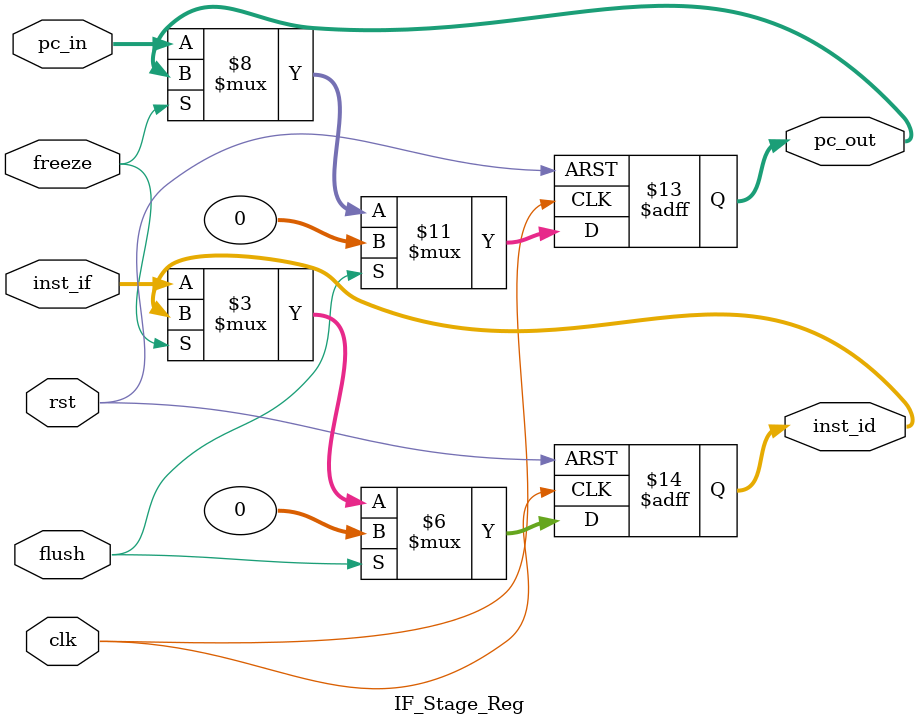
<source format=sv>
`timescale 1ns/1ns
module IF_Stage_Reg(
    input clk, rst,
    input[31:0] pc_in, output reg[31:0] pc_out,
    input[31:0] inst_if,output reg[31:0] inst_id,
    input flush, input freeze
);

always@(posedge clk, posedge rst) begin
    if(rst) begin
        pc_out <= 32'b0;
        inst_id <= 32'b0;
    end else if(flush) begin
        pc_out <= 32'b0;
        inst_id <= 32'b0;
    end else if(!freeze) begin
        pc_out <= pc_in;
        inst_id <= inst_if;
    end
end


endmodule

</source>
